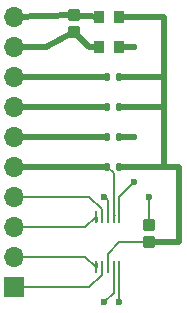
<source format=gbr>
%TF.GenerationSoftware,KiCad,Pcbnew,8.0.8*%
%TF.CreationDate,2025-01-25T22:43:36+07:00*%
%TF.ProjectId,Pton1,50746f6e-312e-46b6-9963-61645f706362,rev?*%
%TF.SameCoordinates,Original*%
%TF.FileFunction,Copper,L1,Top*%
%TF.FilePolarity,Positive*%
%FSLAX46Y46*%
G04 Gerber Fmt 4.6, Leading zero omitted, Abs format (unit mm)*
G04 Created by KiCad (PCBNEW 8.0.8) date 2025-01-25 22:43:36*
%MOMM*%
%LPD*%
G01*
G04 APERTURE LIST*
G04 Aperture macros list*
%AMRoundRect*
0 Rectangle with rounded corners*
0 $1 Rounding radius*
0 $2 $3 $4 $5 $6 $7 $8 $9 X,Y pos of 4 corners*
0 Add a 4 corners polygon primitive as box body*
4,1,4,$2,$3,$4,$5,$6,$7,$8,$9,$2,$3,0*
0 Add four circle primitives for the rounded corners*
1,1,$1+$1,$2,$3*
1,1,$1+$1,$4,$5*
1,1,$1+$1,$6,$7*
1,1,$1+$1,$8,$9*
0 Add four rect primitives between the rounded corners*
20,1,$1+$1,$2,$3,$4,$5,0*
20,1,$1+$1,$4,$5,$6,$7,0*
20,1,$1+$1,$6,$7,$8,$9,0*
20,1,$1+$1,$8,$9,$2,$3,0*%
G04 Aperture macros list end*
%TA.AperFunction,SMDPad,CuDef*%
%ADD10RoundRect,0.250000X0.275000X-0.287500X0.275000X0.287500X-0.275000X0.287500X-0.275000X-0.287500X0*%
%TD*%
%TA.AperFunction,SMDPad,CuDef*%
%ADD11RoundRect,0.135000X-0.135000X-0.185000X0.135000X-0.185000X0.135000X0.185000X-0.135000X0.185000X0*%
%TD*%
%TA.AperFunction,ComponentPad*%
%ADD12R,1.700000X1.700000*%
%TD*%
%TA.AperFunction,ComponentPad*%
%ADD13O,1.700000X1.700000*%
%TD*%
%TA.AperFunction,SMDPad,CuDef*%
%ADD14RoundRect,0.250000X-0.275000X0.287500X-0.275000X-0.287500X0.275000X-0.287500X0.275000X0.287500X0*%
%TD*%
%TA.AperFunction,SMDPad,CuDef*%
%ADD15RoundRect,0.135000X0.135000X0.185000X-0.135000X0.185000X-0.135000X-0.185000X0.135000X-0.185000X0*%
%TD*%
%TA.AperFunction,SMDPad,CuDef*%
%ADD16R,0.900000X1.000000*%
%TD*%
%TA.AperFunction,SMDPad,CuDef*%
%ADD17R,0.250000X1.100000*%
%TD*%
%TA.AperFunction,ViaPad*%
%ADD18C,0.600000*%
%TD*%
%TA.AperFunction,Conductor*%
%ADD19C,0.500000*%
%TD*%
%TA.AperFunction,Conductor*%
%ADD20C,0.200000*%
%TD*%
%TA.AperFunction,Conductor*%
%ADD21C,0.150000*%
%TD*%
%TA.AperFunction,Conductor*%
%ADD22C,0.250000*%
%TD*%
G04 APERTURE END LIST*
D10*
%TO.P,C2,2*%
%TO.N,Net-(J2-Pin_10)*%
X95250000Y-44295000D03*
%TO.P,C2,1*%
%TO.N,Net-(J2-Pin_9)*%
X95250000Y-45720000D03*
%TD*%
D11*
%TO.P,R4,1*%
%TO.N,/ADDR*%
X98040000Y-54610000D03*
%TO.P,R4,2*%
%TO.N,GND*%
X99060000Y-54610000D03*
%TD*%
D12*
%TO.P,J2,1,Pin_1*%
%TO.N,/AIN3*%
X90170000Y-67310000D03*
D13*
%TO.P,J2,2,Pin_2*%
%TO.N,/AIN2*%
X90170000Y-64770000D03*
%TO.P,J2,3,Pin_3*%
%TO.N,/AIN1*%
X90170000Y-62230000D03*
%TO.P,J2,4,Pin_4*%
%TO.N,/AIN0*%
X90170000Y-59690000D03*
%TO.P,J2,5,Pin_5*%
%TO.N,/ALERT*%
X90170000Y-57150000D03*
%TO.P,J2,6,Pin_6*%
%TO.N,/ADDR*%
X90170000Y-54610000D03*
%TO.P,J2,7,Pin_7*%
%TO.N,/SDA*%
X90170000Y-52070000D03*
%TO.P,J2,8,Pin_8*%
%TO.N,/SCI*%
X90170000Y-49530000D03*
%TO.P,J2,9,Pin_9*%
%TO.N,Net-(J2-Pin_9)*%
X90170000Y-46990000D03*
%TO.P,J2,10,Pin_10*%
%TO.N,Net-(J2-Pin_10)*%
X90170000Y-44450000D03*
%TD*%
D14*
%TO.P,C1,1*%
%TO.N,GND*%
X101600000Y-62075000D03*
%TO.P,C1,2*%
%TO.N,VDD*%
X101600000Y-63500000D03*
%TD*%
D15*
%TO.P,R2,1*%
%TO.N,VDD*%
X99060000Y-49530000D03*
%TO.P,R2,2*%
%TO.N,/SCI*%
X98040000Y-49530000D03*
%TD*%
D16*
%TO.P,FB1,1*%
%TO.N,Net-(J2-Pin_10)*%
X97360000Y-44450000D03*
%TO.P,FB1,2*%
%TO.N,VDD*%
X99060000Y-44450000D03*
%TD*%
%TO.P,FB2,1*%
%TO.N,Net-(J2-Pin_9)*%
X97360000Y-46990000D03*
%TO.P,FB2,2*%
%TO.N,GND*%
X99060000Y-46990000D03*
%TD*%
D17*
%TO.P,Ship1,1,ADDR*%
%TO.N,/ADDR*%
X99060000Y-61350000D03*
%TO.P,Ship1,2,ALERT/RDY*%
%TO.N,/ALERT*%
X98560000Y-61350000D03*
%TO.P,Ship1,3,GND*%
%TO.N,GND*%
X98060000Y-61350000D03*
%TO.P,Ship1,4,AIN0*%
%TO.N,/AIN0*%
X97560000Y-61350000D03*
%TO.P,Ship1,5,AIN1*%
%TO.N,/AIN1*%
X97060000Y-61350000D03*
%TO.P,Ship1,6,AIN2*%
%TO.N,/AIN2*%
X97060000Y-65650000D03*
%TO.P,Ship1,7,AIN3*%
%TO.N,/AIN3*%
X97560000Y-65650000D03*
%TO.P,Ship1,8,VDD*%
%TO.N,VDD*%
X98060000Y-65650000D03*
%TO.P,Ship1,9,SDA*%
%TO.N,/SDA*%
X98560000Y-65650000D03*
%TO.P,Ship1,10,SCL*%
%TO.N,/SCI*%
X99060000Y-65650000D03*
%TD*%
D15*
%TO.P,R1,1*%
%TO.N,VDD*%
X99060000Y-57150000D03*
%TO.P,R1,2*%
%TO.N,/ALERT*%
X98040000Y-57150000D03*
%TD*%
%TO.P,R3,1*%
%TO.N,VDD*%
X99060000Y-52070000D03*
%TO.P,R3,2*%
%TO.N,/SDA*%
X98040000Y-52070000D03*
%TD*%
D18*
%TO.N,GND*%
X100330000Y-46990000D03*
X101600000Y-59690000D03*
X97790000Y-59690000D03*
X100330000Y-54610000D03*
%TO.N,/ADDR*%
X96520000Y-54610000D03*
X100330000Y-58420000D03*
%TO.N,/SCI*%
X99060000Y-68580000D03*
%TO.N,/SDA*%
X97790000Y-68580000D03*
%TD*%
D19*
%TO.N,Net-(J2-Pin_10)*%
X95250000Y-44295000D02*
X97360000Y-44450000D01*
X90170000Y-44450000D02*
X95250000Y-44295000D01*
%TO.N,Net-(J2-Pin_9)*%
X96520000Y-46990000D02*
X97360000Y-46990000D01*
X95250000Y-45720000D02*
X96520000Y-46990000D01*
X92865000Y-46990000D02*
X95250000Y-45720000D01*
X90170000Y-46990000D02*
X92865000Y-46990000D01*
%TO.N,VDD*%
X104140000Y-63500000D02*
X101600000Y-63500000D01*
X99060000Y-44450000D02*
X102870000Y-44450000D01*
D20*
X99060000Y-63500000D02*
X101600000Y-63500000D01*
D19*
X104140000Y-57150000D02*
X104140000Y-63500000D01*
X102870000Y-52070000D02*
X102870000Y-57150000D01*
X102870000Y-49530000D02*
X102870000Y-52070000D01*
X102870000Y-44450000D02*
X102870000Y-49530000D01*
X102870000Y-57150000D02*
X99060000Y-57150000D01*
X102870000Y-49530000D02*
X99060000Y-49530000D01*
D20*
X98060000Y-64500000D02*
X99060000Y-63500000D01*
D19*
X102870000Y-52070000D02*
X99060000Y-52070000D01*
D20*
X98060000Y-65650000D02*
X98060000Y-64500000D01*
D19*
X102870000Y-57150000D02*
X104140000Y-57150000D01*
D20*
%TO.N,GND*%
X98060000Y-61350000D02*
X98060000Y-59960000D01*
X101600000Y-62075000D02*
X101600000Y-59690000D01*
D19*
X99060000Y-54610000D02*
X100330000Y-54610000D01*
D20*
X98060000Y-59960000D02*
X97790000Y-59690000D01*
D19*
X99060000Y-46990000D02*
X100330000Y-46990000D01*
D20*
%TO.N,/AIN0*%
X96520000Y-59690000D02*
X90170000Y-59690000D01*
X97560000Y-60730000D02*
X96520000Y-59690000D01*
X97560000Y-61350000D02*
X97560000Y-60730000D01*
%TO.N,/ADDR*%
X99060000Y-59690000D02*
X100330000Y-58420000D01*
D19*
X98040000Y-54610000D02*
X90170000Y-54610000D01*
D20*
X99060000Y-61350000D02*
X99060000Y-59690000D01*
D21*
X99060000Y-61350000D02*
X99060000Y-60960000D01*
D19*
%TO.N,/SCI*%
X98040000Y-49530000D02*
X90170000Y-49530000D01*
D20*
X99060000Y-65650000D02*
X99060000Y-68580000D01*
%TO.N,/AIN1*%
X96180000Y-62230000D02*
X90170000Y-62230000D01*
D22*
X97060000Y-61350000D02*
X97060000Y-61690000D01*
D20*
X97060000Y-61350000D02*
X96180000Y-62230000D01*
%TO.N,/AIN3*%
X96520000Y-67310000D02*
X90170000Y-67310000D01*
X97560000Y-66270000D02*
X96520000Y-67310000D01*
X97560000Y-65650000D02*
X97560000Y-66270000D01*
D19*
%TO.N,/SDA*%
X98040000Y-52070000D02*
X90170000Y-52070000D01*
D20*
X98560000Y-67810000D02*
X97790000Y-68580000D01*
X98560000Y-65650000D02*
X98560000Y-67810000D01*
%TO.N,/AIN2*%
X97060000Y-65650000D02*
X96180000Y-64770000D01*
X96180000Y-64770000D02*
X90170000Y-64770000D01*
D22*
X97060000Y-65650000D02*
X97060000Y-65310000D01*
D20*
%TO.N,/ALERT*%
X98560000Y-61350000D02*
X98560000Y-57670000D01*
D19*
X97790000Y-57150000D02*
X90170000Y-57150000D01*
D20*
X98560000Y-57670000D02*
X98040000Y-57150000D01*
D19*
X98040000Y-57150000D02*
X97790000Y-57150000D01*
D21*
X98560000Y-61350000D02*
X98660000Y-61250000D01*
%TD*%
M02*

</source>
